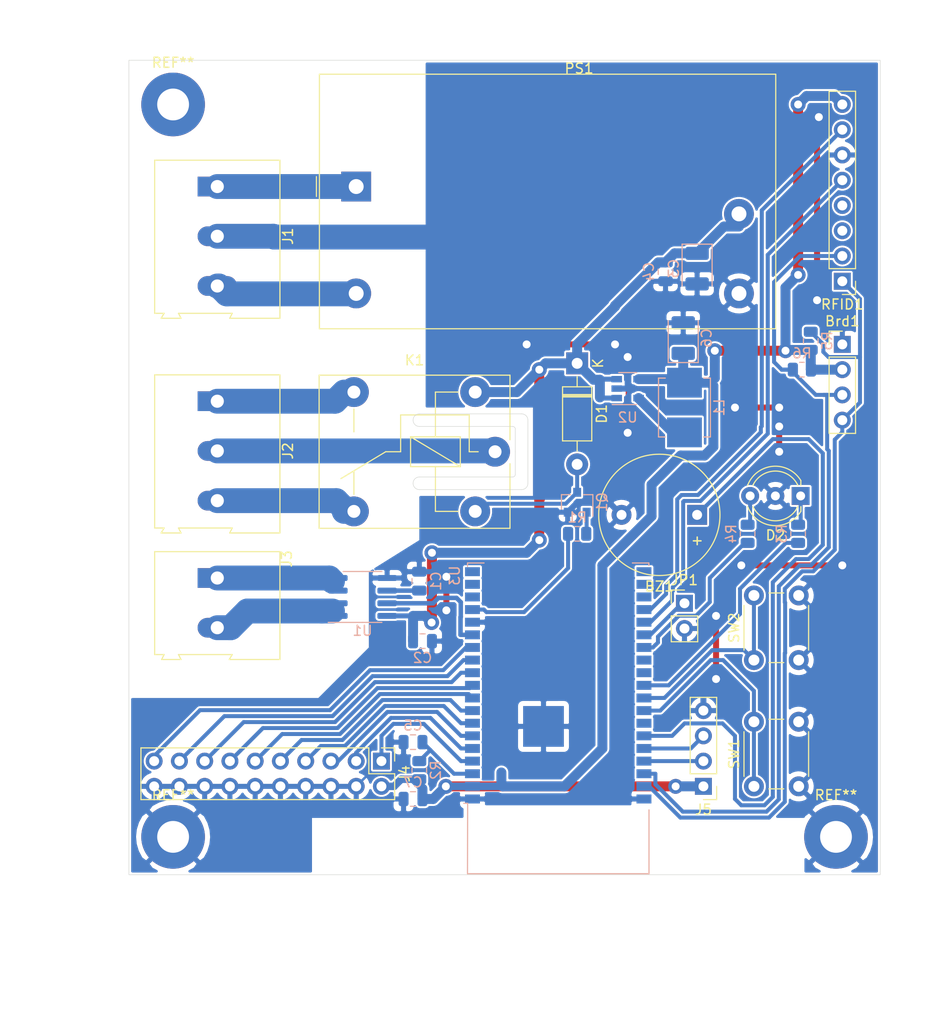
<source format=kicad_pcb>
(kicad_pcb (version 20171130) (host pcbnew 5.99.0+really5.1.9+dfsg1-1)
  (layers (0 F.Cu signal) (31 B.Cu signal) (34 B.Paste user) (35 F.Paste user) (36 B.SilkS user) (37 F.SilkS user) (38 B.Mask user) (39 F.Mask user) (44 Edge.Cuts user))
  (net 0 "")
  (net 1 Earth)
  (net 2 "Net-(Brd1-Pad3)")
  (net 3 +3V3)
  (net 4 "Net-(Brd1-Pad4)")
  (net 5 "Net-(BZ1-Pad1)")
  (net 6 "Net-(C1-Pad1)")
  (net 7 +5V)
  (net 8 "Net-(C5-Pad1)")
  (net 9 "Net-(D1-Pad2)")
  (net 10 "Net-(D2-Pad1)")
  (net 11 "Net-(D2-Pad3)")
  (net 12 "Net-(J1-Pad1)")
  (net 13 "Net-(J1-Pad3)")
  (net 14 "Net-(J2-Pad3)")
  (net 15 "Net-(J2-Pad2)")
  (net 16 "Net-(J2-Pad1)")
  (net 17 "Net-(J3-Pad1)")
  (net 18 "Net-(J3-Pad2)")
  (net 19 "Net-(J4-Pad1)")
  (net 20 "Net-(J4-Pad3)")
  (net 21 "Net-(J4-Pad5)")
  (net 22 "Net-(J4-Pad7)")
  (net 23 "Net-(J4-Pad9)")
  (net 24 "Net-(J4-Pad11)")
  (net 25 "Net-(J4-Pad13)")
  (net 26 "Net-(J4-Pad15)")
  (net 27 "Net-(J4-Pad17)")
  (net 28 "Net-(J4-Pad19)")
  (net 29 "Net-(J5-Pad2)")
  (net 30 "Net-(J5-Pad3)")
  (net 31 "Net-(JP1-Pad1)")
  (net 32 "Net-(L1-Pad1)")
  (net 33 "Net-(Q1-Pad1)")
  (net 34 "Net-(R1-Pad2)")
  (net 35 "Net-(R3-Pad2)")
  (net 36 "Net-(R4-Pad2)")
  (net 37 "Net-(RFID1-Pad3)")
  (net 38 "Net-(RFID1-Pad5)")
  (net 39 "Net-(RFID1-Pad7)")
  (net 40 "Net-(RFID1-Pad4)")
  (net 41 "Net-(U1-Pad7)")
  (net 42 "Net-(U3-Pad27)")
  (net 43 "Net-(U3-Pad28)")
  (net 44 "Net-(U3-Pad32)")
  (net 45 "Net-(U3-Pad17)")
  (net 46 "Net-(U3-Pad18)")
  (net 47 "Net-(U3-Pad19)")
  (net 48 "Net-(U3-Pad22)")
  (net 49 "Net-(U3-Pad21)")
  (net 50 "Net-(U3-Pad20)")
  (net 51 "Net-(SW1-Pad1)")
  (net 52 "Net-(SW2-Pad1)")
  (module MountingHole:MountingHole_3.2mm_M3_Pad (layer F.Cu) (at 152.4 123.825)
    (fp_text reference REF** (at 0 -4.2) (layer F.SilkS))
    (fp_text value MountingHole_3.2mm_M3_Pad)
    (pad 1 thru_hole circle (at 0 0) (size 6.4 6.4) (drill 3.2) (layers *.Cu *.Mask) (net 1 Earth))
  )
  (module MountingHole:MountingHole_3.2mm_M3_Pad (layer F.Cu) (at 85.725 123.825)
    (fp_text reference REF** (at 0 -4.2) (layer F.SilkS))
    (fp_text value MountingHole_3.2mm_M3_Pad)
    (pad 1 thru_hole circle (at 0 0) (size 6.4 6.4) (drill 3.2) (layers *.Cu *.Mask) (net 1 Earth))
  )
  (module MountingHole:MountingHole_3.2mm_M3_Pad (layer F.Cu) (at 85.725 50.165)
    (fp_text reference REF** (at 0 -4.2) (layer F.SilkS))
    (fp_text value MountingHole_3.2mm_M3_Pad)
    (pad 1 thru_hole circle (at 0 0) (size 6.4 6.4) (drill 3.2) (layers *.Cu *.Mask))
  )
  (module Buzzer_Beeper:Buzzer_12x9.5RM7.6 (layer F.Cu) (at 138.43 91.44 180)
    (fp_text reference BZ1 (at 3.8 -7.2) (layer F.SilkS))
    (fp_text value Buzzer)
    (fp_text user + (at -0.01 -2.54) (layer F.SilkS))
    (pad 1 thru_hole rect (at 0 0 180) (size 2 2) (drill 1) (layers *.Cu *.Mask) (net 5 "Net-(BZ1-Pad1)"))
    (pad 2 thru_hole circle (at 7.6 0 180) (size 2 2) (drill 1) (layers *.Cu *.Mask) (net 1 Earth))
  )
  (module Capacitor_SMD:C_0805_2012Metric (layer B.Cu) (at 110.49 98.105 90)
    (fp_text reference C1 (at 0 1.68 90) (layer B.SilkS) (effects (justify mirror)))
    (fp_text value 1nF)
    (pad 2 smd roundrect (at 0.95 0 90) (size 1 1.45) (layers B.Cu B.Paste B.Mask) (net 1 Earth))
    (pad 1 smd roundrect (at -0.95 0 90) (size 1 1.45) (layers B.Cu B.Paste B.Mask) (net 6 "Net-(C1-Pad1)"))
  )
  (module Capacitor_SMD:C_0805_2012Metric (layer B.Cu) (at 110.81 104.14)
    (fp_text reference C2 (at 0 1.68) (layer B.SilkS) (effects (justify mirror)))
    (fp_text value 0,1uF)
    (pad 1 smd roundrect (at -0.95 0) (size 1 1.45) (layers B.Cu B.Paste B.Mask) (net 7 +5V))
    (pad 2 smd roundrect (at 0.95 0) (size 1 1.45) (layers B.Cu B.Paste B.Mask) (net 1 Earth))
  )
  (module Capacitor_Tantalum_SMD:CP_EIA-3528-21_Kemet-B (layer B.Cu) (at 138.43 66.675 270)
    (fp_text reference C3 (at 0 2.35 90) (layer B.SilkS) (effects (justify mirror)))
    (fp_text value "47uF 10V")
    (pad 1 smd roundrect (at -1.5375 0 270) (size 1.325 2.35) (layers B.Cu B.Paste B.Mask) (roundrect_rratio 0.1886784905660377) (net 7 +5V))
    (pad 2 smd roundrect (at 1.5375 0 270) (size 1.325 2.35) (layers B.Cu B.Paste B.Mask) (roundrect_rratio 0.1886784905660377) (net 1 Earth))
  )
  (module Capacitor_SMD:C_0805_2012Metric (layer B.Cu) (at 135.255 66.995 270)
    (fp_text reference C4 (at 0 1.68 90) (layer B.SilkS) (effects (justify mirror)))
    (fp_text value 0,1uF)
    (pad 1 smd roundrect (at -0.95 0 270) (size 1 1.45) (layers B.Cu B.Paste B.Mask) (net 7 +5V))
    (pad 2 smd roundrect (at 0.95 0 270) (size 1 1.45) (layers B.Cu B.Paste B.Mask) (net 1 Earth))
  )
  (module Capacitor_SMD:C_0805_2012Metric (layer B.Cu) (at 109.855 114.3 180)
    (fp_text reference C5 (at 0 1.68) (layer B.SilkS) (effects (justify mirror)))
    (fp_text value 1uF)
    (pad 1 smd roundrect (at -0.95 0 180) (size 1 1.45) (layers B.Cu B.Paste B.Mask) (net 8 "Net-(C5-Pad1)"))
    (pad 2 smd roundrect (at 0.95 0 180) (size 1 1.45) (layers B.Cu B.Paste B.Mask) (net 1 Earth))
  )
  (module Capacitor_Tantalum_SMD:CP_EIA-3528-21_Kemet-B (layer B.Cu) (at 137.033 73.66 90)
    (fp_text reference C6 (at 0 2.35 90) (layer B.SilkS) (effects (justify mirror)))
    (fp_text value "10 uF")
    (pad 2 smd roundrect (at 1.5375 0 90) (size 1.325 2.35) (layers B.Cu B.Paste B.Mask) (roundrect_rratio 0.1886784905660377) (net 1 Earth))
    (pad 1 smd roundrect (at -1.5375 0 90) (size 1.325 2.35) (layers B.Cu B.Paste B.Mask) (roundrect_rratio 0.1886784905660377) (net 3 +3V3))
  )
  (module Capacitor_SMD:C_0805_2012Metric (layer B.Cu) (at 109.855 120.015 180)
    (fp_text reference C7 (at 0 1.68) (layer B.SilkS) (effects (justify mirror)))
    (fp_text value 0,1uF)
    (pad 2 smd roundrect (at 0.95 0 180) (size 1 1.45) (layers B.Cu B.Paste B.Mask) (net 1 Earth))
    (pad 1 smd roundrect (at -0.95 0 180) (size 1 1.45) (layers B.Cu B.Paste B.Mask) (net 3 +3V3))
  )
  (module Diode_THT:D_DO-41_SOD81_P10.16mm_Horizontal (layer F.Cu) (at 126.365 76.2 270)
    (fp_text reference D1 (at 5.08 -2.47 90) (layer F.SilkS))
    (fp_text value 1N4001)
    (fp_text user K (at 0 -2.1 90) (layer F.SilkS))
    (pad 1 thru_hole rect (at 0 0 270) (size 2.2 2.2) (drill 1.1) (layers *.Cu *.Mask) (net 7 +5V))
    (pad 2 thru_hole oval (at 10.16 0 270) (size 2.2 2.2) (drill 1.1) (layers *.Cu *.Mask) (net 9 "Net-(D1-Pad2)"))
  )
  (module LED_THT:LED_D5.0mm-3 (layer F.Cu) (at 148.844 89.535 180)
    (fp_text reference D2 (at 2.54 -3.96) (layer F.SilkS))
    (fp_text value GNL-519EGW)
    (pad 1 thru_hole rect (at 0 0 180) (size 1.8 1.8) (drill 0.9) (layers *.Cu *.Mask) (net 10 "Net-(D2-Pad1)"))
    (pad 2 thru_hole circle (at 2.54 0 180) (size 1.8 1.8) (drill 0.9) (layers *.Cu *.Mask) (net 1 Earth))
    (pad 3 thru_hole circle (at 5.08 0 180) (size 1.8 1.8) (drill 0.9) (layers *.Cu *.Mask) (net 11 "Net-(D2-Pad3)"))
  )
  (module TerminalBlock:TerminalBlock_Altech_AK300-3_P5.00mm (layer F.Cu) (at 90.17 58.42 270)
    (fp_text reference J1 (at 5 -7.1 90) (layer F.SilkS))
    (fp_text value "220V AC POWER")
    (pad 1 thru_hole rect (at 0 0 270) (size 1.98 3.96) (drill 1.32) (layers *.Cu *.Mask) (net 12 "Net-(J1-Pad1)"))
    (pad 2 thru_hole oval (at 5 0 270) (size 1.98 3.96) (drill 1.32) (layers *.Cu *.Mask) (net 1 Earth))
    (pad 3 thru_hole oval (at 10 0 270) (size 1.98 3.96) (drill 1.32) (layers *.Cu *.Mask) (net 13 "Net-(J1-Pad3)"))
  )
  (module TerminalBlock:TerminalBlock_Altech_AK300-3_P5.00mm (layer F.Cu) (at 90.17 80.01 270)
    (fp_text reference J2 (at 5 -7.1 90) (layer F.SilkS))
    (fp_text value Load)
    (pad 3 thru_hole oval (at 10 0 270) (size 1.98 3.96) (drill 1.32) (layers *.Cu *.Mask) (net 14 "Net-(J2-Pad3)"))
    (pad 2 thru_hole oval (at 5 0 270) (size 1.98 3.96) (drill 1.32) (layers *.Cu *.Mask) (net 15 "Net-(J2-Pad2)"))
    (pad 1 thru_hole rect (at 0 0 270) (size 1.98 3.96) (drill 1.32) (layers *.Cu *.Mask) (net 16 "Net-(J2-Pad1)"))
  )
  (module TerminalBlock:TerminalBlock_Altech_AK300-2_P5.00mm (layer F.Cu) (at 90.17 97.79 270)
    (fp_text reference J3 (at -1.92 -6.99 90) (layer F.SilkS))
    (fp_text value Screw_Terminal_01x02)
    (pad 1 thru_hole rect (at 0 0 270) (size 1.98 3.96) (drill 1.32) (layers *.Cu *.Mask) (net 17 "Net-(J3-Pad1)"))
    (pad 2 thru_hole oval (at 5 0 270) (size 1.98 3.96) (drill 1.32) (layers *.Cu *.Mask) (net 18 "Net-(J3-Pad2)"))
  )
  (module Inductor_SMD:L_Murata_LQH55DN_5.7x5.0mm (layer B.Cu) (at 137.16 80.645 90)
    (fp_text reference L1 (at 0 3.5 90) (layer B.SilkS) (effects (justify mirror)))
    (fp_text value 10uH)
    (pad 1 smd rect (at -2.5 0 90) (size 3 3.5) (layers B.Cu B.Paste B.Mask) (net 32 "Net-(L1-Pad1)"))
    (pad 2 smd rect (at 2.5 0 90) (size 3 3.5) (layers B.Cu B.Paste B.Mask) (net 3 +3V3))
  )
  (module Converter_ACDC:Converter_ACDC_MeanWell_IRM-05-xx_THT (layer F.Cu) (at 104.14 58.42)
    (fp_text reference PS1 (at 22.42 -11.88) (layer F.SilkS))
    (fp_text value IRM-05-5)
    (pad 3 thru_hole circle (at 38.5 10.75) (size 3 3) (drill 1.5) (layers *.Cu *.Mask) (net 1 Earth))
    (pad 2 thru_hole circle (at 0 10.75) (size 3 3) (drill 1.5) (layers *.Cu *.Mask) (net 13 "Net-(J1-Pad3)"))
    (pad 4 thru_hole circle (at 38.5 2.75) (size 3 3) (drill 1.5) (layers *.Cu *.Mask) (net 7 +5V))
    (pad 1 thru_hole rect (at 0 0) (size 3 3) (drill 1.5) (layers *.Cu *.Mask) (net 12 "Net-(J1-Pad1)"))
  )
  (module Package_TO_SOT_SMD:SOT-23 (layer B.Cu) (at 126.365 90.17 90)
    (fp_text reference Q1 (at 0 2.5 90) (layer B.SilkS) (effects (justify mirror)))
    (fp_text value BSS138)
    (pad 1 smd rect (at -1 0.95 90) (size 0.9 0.8) (layers B.Cu B.Paste B.Mask) (net 33 "Net-(Q1-Pad1)"))
    (pad 2 smd rect (at -1 -0.95 90) (size 0.9 0.8) (layers B.Cu B.Paste B.Mask) (net 1 Earth))
    (pad 3 smd rect (at 1 0 90) (size 0.9 0.8) (layers B.Cu B.Paste B.Mask) (net 9 "Net-(D1-Pad2)"))
  )
  (module Resistor_SMD:R_0805_2012Metric (layer B.Cu) (at 126.365 93.345 180)
    (fp_text reference R1 (at 0 1.65) (layer B.SilkS) (effects (justify mirror)))
    (fp_text value 200)
    (pad 2 smd roundrect (at 0.9125 0 180) (size 1.025 1.4) (layers B.Cu B.Paste B.Mask) (roundrect_rratio 0.2439014634146341) (net 34 "Net-(R1-Pad2)"))
    (pad 1 smd roundrect (at -0.9125 0 180) (size 1.025 1.4) (layers B.Cu B.Paste B.Mask) (roundrect_rratio 0.2439014634146341) (net 33 "Net-(Q1-Pad1)"))
  )
  (module Resistor_SMD:R_0805_2012Metric (layer B.Cu) (at 110.49 117.1175 90)
    (fp_text reference R2 (at 0 1.65 90) (layer B.SilkS) (effects (justify mirror)))
    (fp_text value 10K)
    (pad 1 smd roundrect (at -0.9125 0 90) (size 1.025 1.4) (layers B.Cu B.Paste B.Mask) (roundrect_rratio 0.2439014634146341) (net 3 +3V3))
    (pad 2 smd roundrect (at 0.9125 0 90) (size 1.025 1.4) (layers B.Cu B.Paste B.Mask) (roundrect_rratio 0.2439014634146341) (net 8 "Net-(C5-Pad1)"))
  )
  (module Resistor_SMD:R_0805_2012Metric (layer B.Cu) (at 148.59 93.345 270)
    (fp_text reference R3 (at 0 1.65 90) (layer B.SilkS) (effects (justify mirror)))
    (fp_text value 81)
    (pad 1 smd roundrect (at -0.9125 0 270) (size 1.025 1.4) (layers B.Cu B.Paste B.Mask) (roundrect_rratio 0.2439014634146341) (net 10 "Net-(D2-Pad1)"))
    (pad 2 smd roundrect (at 0.9125 0 270) (size 1.025 1.4) (layers B.Cu B.Paste B.Mask) (roundrect_rratio 0.2439014634146341) (net 35 "Net-(R3-Pad2)"))
  )
  (module Resistor_SMD:R_0805_2012Metric (layer B.Cu) (at 143.51 93.345 270)
    (fp_text reference R4 (at 0 1.65 90) (layer B.SilkS) (effects (justify mirror)))
    (fp_text value 81)
    (pad 2 smd roundrect (at 0.9125 0 270) (size 1.025 1.4) (layers B.Cu B.Paste B.Mask) (roundrect_rratio 0.2439014634146341) (net 36 "Net-(R4-Pad2)"))
    (pad 1 smd roundrect (at -0.9125 0 270) (size 1.025 1.4) (layers B.Cu B.Paste B.Mask) (roundrect_rratio 0.2439014634146341) (net 11 "Net-(D2-Pad3)"))
  )
  (module Resistor_SMD:R_0805_2012Metric (layer B.Cu) (at 149.86 73.9375 90)
    (fp_text reference R5 (at 0 1.65 90) (layer B.SilkS) (effects (justify mirror)))
    (fp_text value 10K)
    (pad 2 smd roundrect (at 0.9125 0 90) (size 1.025 1.4) (layers B.Cu B.Paste B.Mask) (roundrect_rratio 0.2439014634146341) (net 4 "Net-(Brd1-Pad4)"))
    (pad 1 smd roundrect (at -0.9125 0 90) (size 1.025 1.4) (layers B.Cu B.Paste B.Mask) (roundrect_rratio 0.2439014634146341) (net 3 +3V3))
  )
  (module Resistor_SMD:R_0805_2012Metric (layer B.Cu) (at 148.971 76.835 180)
    (fp_text reference R6 (at 0 1.65) (layer B.SilkS) (effects (justify mirror)))
    (fp_text value 10K)
    (pad 1 smd roundrect (at -0.9125 0 180) (size 1.025 1.4) (layers B.Cu B.Paste B.Mask) (roundrect_rratio 0.2439014634146341) (net 3 +3V3))
    (pad 2 smd roundrect (at 0.9125 0 180) (size 1.025 1.4) (layers B.Cu B.Paste B.Mask) (roundrect_rratio 0.2439014634146341) (net 2 "Net-(Brd1-Pad3)"))
  )
  (module Button_Switch_THT:SW_PUSH_6mm_H5mm (layer F.Cu) (at 144.145 118.745 90)
    (fp_text reference SW1 (at 3.25 -2 90) (layer F.SilkS))
    (fp_text value SW_Push)
    (pad 1 thru_hole circle (at 6.5 0 180) (size 2 2) (drill 1.1) (layers *.Cu *.Mask) (net 51 "Net-(SW1-Pad1)"))
    (pad 2 thru_hole circle (at 6.5 4.5 180) (size 2 2) (drill 1.1) (layers *.Cu *.Mask) (net 1 Earth))
    (pad 1 thru_hole circle (at 0 0 180) (size 2 2) (drill 1.1) (layers *.Cu *.Mask) (net 51 "Net-(SW1-Pad1)"))
    (pad 2 thru_hole circle (at 0 4.5 180) (size 2 2) (drill 1.1) (layers *.Cu *.Mask) (net 1 Earth))
  )
  (module Button_Switch_THT:SW_PUSH_6mm_H5mm (layer F.Cu) (at 144.145 106.045 90)
    (fp_text reference SW2 (at 3.25 -2 90) (layer F.SilkS))
    (fp_text value SW_Push)
    (pad 2 thru_hole circle (at 0 4.5 180) (size 2 2) (drill 1.1) (layers *.Cu *.Mask) (net 1 Earth))
    (pad 1 thru_hole circle (at 0 0 180) (size 2 2) (drill 1.1) (layers *.Cu *.Mask) (net 52 "Net-(SW2-Pad1)"))
    (pad 2 thru_hole circle (at 6.5 4.5 180) (size 2 2) (drill 1.1) (layers *.Cu *.Mask) (net 1 Earth))
    (pad 1 thru_hole circle (at 6.5 0 180) (size 2 2) (drill 1.1) (layers *.Cu *.Mask) (net 52 "Net-(SW2-Pad1)"))
  )
  (module Package_SO:SOIC-8_3.9x4.9mm_P1.27mm (layer B.Cu) (at 104.775 99.695)
    (fp_text reference U1 (at 0 3.4) (layer B.SilkS) (effects (justify mirror)))
    (fp_text value ACS712xLCTR-20A)
    (pad 1 smd roundrect (at -2.475 1.905) (size 1.95 0.6) (layers B.Cu B.Paste B.Mask) (net 18 "Net-(J3-Pad2)"))
    (pad 2 smd roundrect (at -2.475 0.635) (size 1.95 0.6) (layers B.Cu B.Paste B.Mask) (net 18 "Net-(J3-Pad2)"))
    (pad 3 smd roundrect (at -2.475 -0.635) (size 1.95 0.6) (layers B.Cu B.Paste B.Mask) (net 17 "Net-(J3-Pad1)"))
    (pad 4 smd roundrect (at -2.475 -1.905) (size 1.95 0.6) (layers B.Cu B.Paste B.Mask) (net 17 "Net-(J3-Pad1)"))
    (pad 5 smd roundrect (at 2.475 -1.905) (size 1.95 0.6) (layers B.Cu B.Paste B.Mask) (net 1 Earth))
    (pad 6 smd roundrect (at 2.475 -0.635) (size 1.95 0.6) (layers B.Cu B.Paste B.Mask) (net 6 "Net-(C1-Pad1)"))
    (pad 7 smd roundrect (at 2.475 0.635) (size 1.95 0.6) (layers B.Cu B.Paste B.Mask) (net 41 "Net-(U1-Pad7)"))
    (pad 8 smd roundrect (at 2.475 1.905) (size 1.95 0.6) (layers B.Cu B.Paste B.Mask) (net 7 +5V))
  )
  (module Package_TO_SOT_SMD:SOT-23-5 (layer B.Cu) (at 131.445 78.74)
    (fp_text reference U2 (at 0 2.9) (layer B.SilkS) (effects (justify mirror)))
    (fp_text value TPS62203DBV)
    (pad 1 smd rect (at -1.1 0.95) (size 1.06 0.65) (layers B.Cu B.Paste B.Mask) (net 7 +5V))
    (pad 2 smd rect (at -1.1 0) (size 1.06 0.65) (layers B.Cu B.Paste B.Mask) (net 1 Earth))
    (pad 3 smd rect (at -1.1 -0.95) (size 1.06 0.65) (layers B.Cu B.Paste B.Mask) (net 7 +5V))
    (pad 4 smd rect (at 1.1 -0.95) (size 1.06 0.65) (layers B.Cu B.Paste B.Mask) (net 3 +3V3))
    (pad 5 smd rect (at 1.1 0.95) (size 1.06 0.65) (layers B.Cu B.Paste B.Mask) (net 32 "Net-(L1-Pad1)"))
  )
  (module ESP32:ESP32-WROVER-B (layer B.Cu) (at 124.46 108.585)
    (fp_text reference U3 (at -10.41 -11.038 270) (layer B.SilkS) (effects (justify mirror)))
    (fp_text value ESP32-WROVER-B)
    (pad 39 smd rect (at -1.48 4.13) (size 4.1 4.1) (layers B.Cu B.Paste B.Mask) (net 1 Earth))
    (pad 38 smd rect (at 8.625 11.43) (size 1.5 0.9) (layers B.Cu B.Paste B.Mask) (net 1 Earth))
    (pad 37 smd rect (at 8.625 10.16) (size 1.5 0.9) (layers B.Cu B.Paste B.Mask) (net 4 "Net-(Brd1-Pad4)"))
    (pad 36 smd rect (at 8.625 8.89) (size 1.5 0.9) (layers B.Cu B.Paste B.Mask) (net 2 "Net-(Brd1-Pad3)"))
    (pad 35 smd rect (at 8.625 7.62) (size 1.5 0.9) (layers B.Cu B.Paste B.Mask) (net 29 "Net-(J5-Pad2)"))
    (pad 23 smd rect (at 8.625 -7.62) (size 1.5 0.9) (layers B.Cu B.Paste B.Mask) (net 39 "Net-(RFID1-Pad7)"))
    (pad 24 smd rect (at 8.625 -6.35) (size 1.5 0.9) (layers B.Cu B.Paste B.Mask) (net 38 "Net-(RFID1-Pad5)"))
    (pad 25 smd rect (at 8.625 -5.08) (size 1.5 0.9) (layers B.Cu B.Paste B.Mask) (net 31 "Net-(JP1-Pad1)"))
    (pad 26 smd rect (at 8.625 -3.81) (size 1.5 0.9) (layers B.Cu B.Paste B.Mask) (net 36 "Net-(R4-Pad2)"))
    (pad 27 smd rect (at 8.625 -2.54) (size 1.5 0.9) (layers B.Cu B.Paste B.Mask) (net 42 "Net-(U3-Pad27)"))
    (pad 28 smd rect (at 8.625 -1.27) (size 1.5 0.9) (layers B.Cu B.Paste B.Mask) (net 43 "Net-(U3-Pad28)"))
    (pad 29 smd rect (at 8.625 0) (size 1.5 0.9) (layers B.Cu B.Paste B.Mask) (net 35 "Net-(R3-Pad2)"))
    (pad 30 smd rect (at 8.625 1.27) (size 1.5 0.9) (layers B.Cu B.Paste B.Mask) (net 52 "Net-(SW2-Pad1)"))
    (pad 31 smd rect (at 8.625 2.54) (size 1.5 0.9) (layers B.Cu B.Paste B.Mask) (net 51 "Net-(SW1-Pad1)"))
    (pad 32 smd rect (at 8.625 3.81) (size 1.5 0.9) (layers B.Cu B.Paste B.Mask) (net 44 "Net-(U3-Pad32)"))
    (pad 33 smd rect (at 8.625 5.08) (size 1.5 0.9) (layers B.Cu B.Paste B.Mask) (net 5 "Net-(BZ1-Pad1)"))
    (pad 34 smd rect (at 8.625 6.35) (size 1.5 0.9) (layers B.Cu B.Paste B.Mask) (net 30 "Net-(J5-Pad3)"))
    (pad 14 smd rect (at -8.625 -5.08) (size 1.5 0.9) (layers B.Cu B.Paste B.Mask) (net 41 "Net-(U1-Pad7)"))
    (pad 13 smd rect (at -8.625 -3.81) (size 1.5 0.9) (layers B.Cu B.Paste B.Mask) (net 28 "Net-(J4-Pad19)"))
    (pad 12 smd rect (at -8.625 -2.54) (size 1.5 0.9) (layers B.Cu B.Paste B.Mask) (net 27 "Net-(J4-Pad17)"))
    (pad 11 smd rect (at -8.625 -1.27) (size 1.5 0.9) (layers B.Cu B.Paste B.Mask) (net 26 "Net-(J4-Pad15)"))
    (pad 10 smd rect (at -8.625 0) (size 1.5 0.9) (layers B.Cu B.Paste B.Mask) (net 25 "Net-(J4-Pad13)"))
    (pad 9 smd rect (at -8.625 1.27) (size 1.5 0.9) (layers B.Cu B.Paste B.Mask) (net 24 "Net-(J4-Pad11)"))
    (pad 8 smd rect (at -8.625 2.54) (size 1.5 0.9) (layers B.Cu B.Paste B.Mask) (net 23 "Net-(J4-Pad9)"))
    (pad 7 smd rect (at -8.625 3.81) (size 1.5 0.9) (layers B.Cu B.Paste B.Mask) (net 22 "Net-(J4-Pad7)"))
    (pad 6 smd rect (at -8.625 5.08) (size 1.5 0.9) (layers B.Cu B.Paste B.Mask) (net 21 "Net-(J4-Pad5)"))
    (pad 5 smd rect (at -8.625 6.35) (size 1.5 0.9) (layers B.Cu B.Paste B.Mask) (net 20 "Net-(J4-Pad3)"))
    (pad 4 smd rect (at -8.625 7.62) (size 1.5 0.9) (layers B.Cu B.Paste B.Mask) (net 19 "Net-(J4-Pad1)"))
    (pad 3 smd rect (at -8.625 8.89) (size 1.5 0.9) (layers B.Cu B.Paste B.Mask) (net 8 "Net-(C5-Pad1)"))
    (pad 2 smd rect (at -8.625 10.16) (size 1.5 0.9) (layers B.Cu B.Paste B.Mask) (net 3 +3V3))
    (pad 16 smd rect (at -8.625 -7.62 180) (size 1.5 0.9) (layers B.Cu B.Paste B.Mask) (net 34 "Net-(R1-Pad2)"))
    (pad 15 smd rect (at -8.625 -6.35 180) (size 1.5 0.9) (layers B.Cu B.Paste B.Mask) (net 1 Earth))
    (pad 1 smd rect (at -8.625 11.43) (size 1.5 0.9) (layers B.Cu B.Paste B.Mask) (net 1 Earth))
    (pad 17 smd rect (at -8.625 -8.89 180) (size 1.5 0.9) (layers B.Cu B.Paste B.Mask) (net 45 "Net-(U3-Pad17)"))
    (pad 18 smd rect (at -8.625 -10.16 180) (size 1.5 0.9) (layers B.Cu B.Paste B.Mask) (net 46 "Net-(U3-Pad18)"))
    (pad 19 smd rect (at -8.625 -11.43 180) (size 1.5 0.9) (layers B.Cu B.Paste B.Mask) (net 47 "Net-(U3-Pad19)"))
    (pad 22 smd rect (at 8.625 -8.89) (size 1.5 0.9) (layers B.Cu B.Paste B.Mask) (net 48 "Net-(U3-Pad22)"))
    (pad 21 smd rect (at 8.625 -10.16) (size 1.5 0.9) (layers B.Cu B.Paste B.Mask) (net 49 "Net-(U3-Pad21)"))
    (pad 20 smd rect (at 8.625 -11.43) (size 1.5 0.9) (layers B.Cu B.Paste B.Mask) (net 50 "Net-(U3-Pad20)"))
  )
  (module acRelay:Relay_SPDT_HJR-3FF (layer F.Cu) (at 118.11 85.09 180)
    (fp_text reference K1 (at 8.1 9.2) (layer F.SilkS))
    (fp_text value HJR-3FF-5VDC-S-Z)
    (pad 2 thru_hole circle (at 2 6 180) (size 3 3) (drill 1.3) (layers *.Cu *.Mask) (net 7 +5V))
    (pad 3 thru_hole circle (at 14.2 6 180) (size 3 3) (drill 1.3) (layers *.Cu *.Mask) (net 16 "Net-(J2-Pad1)"))
    (pad 4 thru_hole circle (at 14.2 -6 180) (size 3 3) (drill 1.3) (layers *.Cu *.Mask) (net 14 "Net-(J2-Pad3)"))
    (pad 5 thru_hole circle (at 2 -6 180) (size 3 3) (drill 1.3) (layers *.Cu *.Mask) (net 9 "Net-(D1-Pad2)"))
    (pad 1 thru_hole circle (at 0 0 180) (size 3 3) (drill 1.3) (layers *.Cu *.Mask) (net 15 "Net-(J2-Pad2)"))
  )
  (module Connector_PinHeader_2.54mm:PinHeader_1x04_P2.54mm_Vertical (layer F.Cu) (at 153.035 74.295)
    (fp_text reference Brd1 (at 0 -2.33) (layer F.SilkS))
    (fp_text value SSD1306)
    (pad 1 thru_hole rect (at 0 0) (size 1.7 1.7) (drill 1) (layers *.Cu *.Mask) (net 1 Earth))
    (pad 2 thru_hole oval (at 0 2.54) (size 1.7 1.7) (drill 1) (layers *.Cu *.Mask) (net 3 +3V3))
    (pad 3 thru_hole oval (at 0 5.08) (size 1.7 1.7) (drill 1) (layers *.Cu *.Mask) (net 2 "Net-(Brd1-Pad3)"))
    (pad 4 thru_hole oval (at 0 7.62) (size 1.7 1.7) (drill 1) (layers *.Cu *.Mask) (net 4 "Net-(Brd1-Pad4)"))
  )
  (module Connector_PinHeader_2.54mm:PinHeader_2x10_P2.54mm_Vertical (layer F.Cu) (at 106.68 116.205 270)
    (fp_text reference J4 (at 1.27 -2.33 90) (layer F.SilkS))
    (fp_text value GPIO)
    (pad 1 thru_hole rect (at 0 0 270) (size 1.7 1.7) (drill 1) (layers *.Cu *.Mask) (net 19 "Net-(J4-Pad1)"))
    (pad 2 thru_hole oval (at 2.54 0 270) (size 1.7 1.7) (drill 1) (layers *.Cu *.Mask) (net 3 +3V3))
    (pad 3 thru_hole oval (at 0 2.54 270) (size 1.7 1.7) (drill 1) (layers *.Cu *.Mask) (net 20 "Net-(J4-Pad3)"))
    (pad 4 thru_hole oval (at 2.54 2.54 270) (size 1.7 1.7) (drill 1) (layers *.Cu *.Mask) (net 1 Earth))
    (pad 5 thru_hole oval (at 0 5.08 270) (size 1.7 1.7) (drill 1) (layers *.Cu *.Mask) (net 21 "Net-(J4-Pad5)"))
    (pad 6 thru_hole oval (at 2.54 5.08 270) (size 1.7 1.7) (drill 1) (layers *.Cu *.Mask) (net 1 Earth))
    (pad 7 thru_hole oval (at 0 7.62 270) (size 1.7 1.7) (drill 1) (layers *.Cu *.Mask) (net 22 "Net-(J4-Pad7)"))
    (pad 8 thru_hole oval (at 2.54 7.62 270) (size 1.7 1.7) (drill 1) (layers *.Cu *.Mask) (net 1 Earth))
    (pad 9 thru_hole oval (at 0 10.16 270) (size 1.7 1.7) (drill 1) (layers *.Cu *.Mask) (net 23 "Net-(J4-Pad9)"))
    (pad 10 thru_hole oval (at 2.54 10.16 270) (size 1.7 1.7) (drill 1) (layers *.Cu *.Mask) (net 1 Earth))
    (pad 11 thru_hole oval (at 0 12.7 270) (size 1.7 1.7) (drill 1) (layers *.Cu *.Mask) (net 24 "Net-(J4-Pad11)"))
    (pad 12 thru_hole oval (at 2.54 12.7 270) (size 1.7 1.7) (drill 1) (layers *.Cu *.Mask) (net 1 Earth))
    (pad 13 thru_hole oval (at 0 15.24 270) (size 1.7 1.7) (drill 1) (layers *.Cu *.Mask) (net 25 "Net-(J4-Pad13)"))
    (pad 14 thru_hole oval (at 2.54 15.24 270) (size 1.7 1.7) (drill 1) (layers *.Cu *.Mask) (net 1 Earth))
    (pad 15 thru_hole oval (at 0 17.78 270) (size 1.7 1.7) (drill 1) (layers *.Cu *.Mask) (net 26 "Net-(J4-Pad15)"))
    (pad 16 thru_hole oval (at 2.54 17.78 270) (size 1.7 1.7) (drill 1) (layers *.Cu *.Mask) (net 1 Earth))
    (pad 17 thru_hole oval (at 0 20.32 270) (size 1.7 1.7) (drill 1) (layers *.Cu *.Mask) (net 27 "Net-(J4-Pad17)"))
    (pad 18 thru_hole oval (at 2.54 20.32 270) (size 1.7 1.7) (drill 1) (layers *.Cu *.Mask) (net 1 Earth))
    (pad 19 thru_hole oval (at 0 22.86 270) (size 1.7 1.7) (drill 1) (layers *.Cu *.Mask) (net 28 "Net-(J4-Pad19)"))
    (pad 20 thru_hole oval (at 2.54 22.86 270) (size 1.7 1.7) (drill 1) (layers *.Cu *.Mask) (net 1 Earth))
  )
  (module Connector_PinHeader_2.54mm:PinHeader_1x04_P2.54mm_Vertical (layer F.Cu) (at 139.065 118.745 180)
    (fp_text reference J5 (at 0 -2.33) (layer F.SilkS))
    (fp_text value Conn_01x04)
    (pad 4 thru_hole oval (at 0 7.62 180) (size 1.7 1.7) (drill 1) (layers *.Cu *.Mask) (net 1 Earth))
    (pad 3 thru_hole oval (at 0 5.08 180) (size 1.7 1.7) (drill 1) (layers *.Cu *.Mask) (net 30 "Net-(J5-Pad3)"))
    (pad 2 thru_hole oval (at 0 2.54 180) (size 1.7 1.7) (drill 1) (layers *.Cu *.Mask) (net 29 "Net-(J5-Pad2)"))
    (pad 1 thru_hole rect (at 0 0 180) (size 1.7 1.7) (drill 1) (layers *.Cu *.Mask) (net 3 +3V3))
  )
  (module Connector_PinHeader_2.54mm:PinHeader_1x02_P2.54mm_Vertical (layer F.Cu) (at 137.16 100.33)
    (fp_text reference JP1 (at 0 -2.33) (layer F.SilkS))
    (fp_text value Boot)
    (pad 1 thru_hole rect (at 0 0) (size 1.7 1.7) (drill 1) (layers *.Cu *.Mask) (net 31 "Net-(JP1-Pad1)"))
    (pad 2 thru_hole oval (at 0 2.54) (size 1.7 1.7) (drill 1) (layers *.Cu *.Mask) (net 1 Earth))
  )
  (module Connector_PinHeader_2.54mm:PinHeader_1x08_P2.54mm_Vertical (layer F.Cu) (at 153.035 67.945 180)
    (fp_text reference RFID1 (at 0 -2.33) (layer F.SilkS))
    (fp_text value RC522)
    (pad 1 thru_hole rect (at 0 0 180) (size 1.7 1.7) (drill 1) (layers *.Cu *.Mask) (net 4 "Net-(Brd1-Pad4)"))
    (pad 2 thru_hole oval (at 0 2.54 180) (size 1.7 1.7) (drill 1) (layers *.Cu *.Mask) (net 2 "Net-(Brd1-Pad3)"))
    (pad 3 thru_hole oval (at 0 5.08 180) (size 1.7 1.7) (drill 1) (layers *.Cu *.Mask) (net 37 "Net-(RFID1-Pad3)"))
    (pad 4 thru_hole oval (at 0 7.62 180) (size 1.7 1.7) (drill 1) (layers *.Cu *.Mask) (net 40 "Net-(RFID1-Pad4)"))
    (pad 5 thru_hole oval (at 0 10.16 180) (size 1.7 1.7) (drill 1) (layers *.Cu *.Mask) (net 38 "Net-(RFID1-Pad5)"))
    (pad 6 thru_hole oval (at 0 12.7 180) (size 1.7 1.7) (drill 1) (layers *.Cu *.Mask) (net 1 Earth))
    (pad 7 thru_hole oval (at 0 15.24 180) (size 1.7 1.7) (drill 1) (layers *.Cu *.Mask) (net 39 "Net-(RFID1-Pad7)"))
    (pad 8 thru_hole oval (at 0 17.78 180) (size 1.7 1.7) (drill 1) (layers *.Cu *.Mask) (net 3 +3V3))
  )
  (gr_arc (start 110.49 88.265) (end 110.49 88.9) (angle 180) (layer Edge.Cuts) (width 0.05))
  (gr_line (start 121.412 88.265) (end 121.412 85.09) (layer Edge.Cuts) (width 0.05))
  (gr_line (start 110.49 87.63) (end 119.888 87.63) (layer Edge.Cuts) (width 0.05))
  (gr_line (start 110.49 88.9) (end 120.777 88.9) (layer Edge.Cuts) (width 0.05))
  (gr_arc (start 119.888 87.376) (end 120.142 87.376) (angle 90) (layer Edge.Cuts) (width 0.05))
  (gr_arc (start 120.777 88.265) (end 120.777 88.9) (angle -90) (layer Edge.Cuts) (width 0.05))
  (gr_line (start 120.142 87.376) (end 120.142 85.09) (layer Edge.Cuts) (width 0.05))
  (gr_line (start 120.142 82.804) (end 120.142 85.09) (layer Edge.Cuts) (width 0.05))
  (gr_arc (start 119.888 82.804) (end 120.142 82.804) (angle -90) (layer Edge.Cuts) (width 0.05))
  (gr_line (start 110.49 82.55) (end 119.888 82.55) (layer Edge.Cuts) (width 0.05))
  (gr_arc (start 110.49 81.915) (end 110.49 81.28) (angle -180) (layer Edge.Cuts) (width 0.05))
  (gr_line (start 121.412 81.915) (end 121.412 85.09) (layer Edge.Cuts) (width 0.05))
  (gr_arc (start 120.777 81.915) (end 120.777 81.28) (angle 90) (layer Edge.Cuts) (width 0.05))
  (gr_line (start 110.49 81.28) (end 120.777 81.28) (layer Edge.Cuts) (width 0.05))
  (gr_line (start 156.845 127.635) (end 81.28 127.635) (layer Edge.Cuts) (width 0.05))
  (gr_line (start 156.845 45.72) (end 156.845 127.635) (layer Edge.Cuts) (width 0.05))
  (gr_line (start 156.845 45.72) (end 81.28 45.72) (layer Edge.Cuts) (width 0.05))
  (gr_line (start 81.28 45.72) (end 81.28 127.635) (layer Edge.Cuts) (width 0.05))
  (via (at 130.175 74.295) (size 1.5) (drill 0.8) (layers F.Cu B.Cu) (net 1))
  (via (at 121.285 74.295) (size 1.5) (drill 0.8) (layers F.Cu B.Cu) (net 1))
  (via (at 131.445 83.185) (size 1.5) (drill 0.8) (layers F.Cu B.Cu) (net 1))
  (segment (start 126.365001 90.219999) (end 125.415 91.17) (width 0.6) (layer B.Cu) (net 1))
  (segment (start 129.609999 90.219999) (end 126.365001 90.219999) (width 0.6) (layer B.Cu) (net 1))
  (segment (start 130.83 91.44) (end 129.609999 90.219999) (width 0.6) (layer B.Cu) (net 1))
  (segment (start 130.345 78.74) (end 131.445 78.74) (width 0.6) (layer B.Cu) (net 1))
  (segment (start 131.445 78.74) (end 131.445 76.835) (width 0.6) (layer B.Cu) (net 1))
  (via (at 113.21001 97.66297) (size 1.5) (drill 0.8) (layers F.Cu B.Cu) (net 1))
  (via (at 113.21001 101.042947) (size 1.5) (drill 0.8) (layers F.Cu B.Cu) (net 1))
  (segment (start 113.21001 97.66297) (end 113.21001 98.72363) (width 0.6) (layer F.Cu) (net 1))
  (segment (start 113.21001 98.72363) (end 113.21001 101.042947) (width 0.6) (layer F.Cu) (net 1))
  (segment (start 105.315001 117.569999) (end 107.855001 117.569999) (width 0.25) (layer B.Cu) (net 1))
  (segment (start 104.14 118.745) (end 105.315001 117.569999) (width 0.25) (layer B.Cu) (net 1))
  (segment (start 107.855001 117.569999) (end 107.95 117.475) (width 0.25) (layer B.Cu) (net 1))
  (segment (start 107.855001 117.569999) (end 108.585 116.84) (width 0.6) (layer B.Cu) (net 1))
  (via (at 150.495 69.85) (size 1.5) (drill 0.8) (layers F.Cu B.Cu) (net 1))
  (via (at 140.335 101.6) (size 1.5) (drill 0.8) (layers F.Cu B.Cu) (net 1))
  (via (at 140.335 107.95) (size 1.5) (drill 0.8) (layers F.Cu B.Cu) (net 1))
  (segment (start 140.335 101.6) (end 140.335 107.95) (width 0.6) (layer F.Cu) (net 1))
  (segment (start 139.065 111.125) (end 139.065 109.22) (width 0.6) (layer B.Cu) (net 1))
  (segment (start 139.065 109.22) (end 140.335 107.95) (width 0.6) (layer B.Cu) (net 1))
  (via (at 142.875 96.52) (size 1.5) (drill 0.8) (layers F.Cu B.Cu) (net 1))
  (via (at 153.035 96.52) (size 1.5) (drill 0.8) (layers F.Cu B.Cu) (net 1))
  (segment (start 142.875 96.52) (end 153.035 96.52) (width 0.6) (layer F.Cu) (net 1))
  (segment (start 131.445 83.185) (end 131.445 75.565) (width 0.4) (layer F.Cu) (net 1))
  (via (at 131.445 75.565) (size 1.5) (drill 0.8) (layers F.Cu B.Cu) (net 1))
  (via (at 150.67501 51.435) (size 1.5) (drill 0.8) (layers F.Cu B.Cu) (net 1))
  (segment (start 150.495 69.85) (end 150.495 51.61501) (width 0.6) (layer F.Cu) (net 1))
  (segment (start 150.495 51.61501) (end 150.67501 51.435) (width 0.6) (layer F.Cu) (net 1))
  (via (at 146.685 80.645) (size 1.5) (drill 0.8) (layers F.Cu B.Cu) (net 1))
  (via (at 142.24 80.645) (size 1.5) (drill 0.8) (layers F.Cu B.Cu) (net 1))
  (segment (start 146.685 80.645) (end 142.24 80.645) (width 0.6) (layer F.Cu) (net 1))
  (segment (start 146.685 80.645) (end 146.685 82.55) (width 0.6) (layer B.Cu) (net 1))
  (via (at 146.685 82.55) (size 1.5) (drill 0.8) (layers F.Cu B.Cu) (net 1))
  (via (at 146.685 85.09) (size 1.5) (drill 0.8) (layers F.Cu B.Cu) (net 1))
  (segment (start 146.685 82.55) (end 146.685 85.09) (width 0.6) (layer F.Cu) (net 1))
  (segment (start 95.885 63.5) (end 111.76 63.5) (width 2.5) (layer B.Cu) (net 1))
  (segment (start 95.805 63.42) (end 95.885 63.5) (width 2.5) (layer B.Cu) (net 1))
  (segment (start 90.17 63.42) (end 95.805 63.42) (width 2.5) (layer B.Cu) (net 1))
  (segment (start 122.34566 74.295) (end 130.175 74.295) (width 0.6) (layer F.Cu) (net 1))
  (segment (start 121.285 74.295) (end 122.34566 74.295) (width 0.6) (layer F.Cu) (net 1))
  (segment (start 148.0585 76.835) (end 146.939 76.835) (width 0.4) (layer B.Cu) (net 2))
  (segment (start 153.035 65.405) (end 148.792996 65.405) (width 0.4) (layer B.Cu) (net 2))
  (segment (start 146.169987 76.065987) (end 146.939 76.835) (width 0.4) (layer B.Cu) (net 2))
  (segment (start 148.792996 65.405) (end 146.169987 68.028009) (width 0.4) (layer B.Cu) (net 2))
  (segment (start 146.169987 68.028009) (end 146.169987 76.065987) (width 0.4) (layer B.Cu) (net 2))
  (segment (start 153.035 79.375) (end 151.13 79.375) (width 0.4) (layer B.Cu) (net 2))
  (segment (start 134.235 117.475) (end 133.085 117.475) (width 0.4) (layer B.Cu) (net 2))
  (segment (start 134.235 118.531321) (end 134.235 117.475) (width 0.4) (layer B.Cu) (net 2))
  (segment (start 146.939 76.835) (end 147.828 76.835) (width 0.4) (layer B.Cu) (net 2))
  (segment (start 147.828 76.835) (end 150.368 79.375) (width 0.4) (layer B.Cu) (net 2))
  (segment (start 150.368 79.375) (end 151.511 79.375) (width 0.4) (layer B.Cu) (net 2))
  (segment (start 151.672989 94.707012) (end 149.864256 96.515744) (width 0.4) (layer B.Cu) (net 2))
  (segment (start 146.644988 98.624467) (end 146.644988 120.055013) (width 0.4) (layer B.Cu) (net 2))
  (segment (start 151.511 79.375) (end 151.511 84.836) (width 0.4) (layer B.Cu) (net 2))
  (segment (start 151.511 84.836) (end 151.672989 84.997989) (width 0.4) (layer B.Cu) (net 2))
  (segment (start 149.864256 96.515744) (end 148.753711 96.515744) (width 0.4) (layer B.Cu) (net 2))
  (segment (start 151.672989 84.997989) (end 151.672989 94.707012) (width 0.4) (layer B.Cu) (net 2))
  (segment (start 136.988679 121.285) (end 134.235 118.531321) (width 0.4) (layer B.Cu) (net 2))
  (segment (start 145.415 121.285) (end 136.988679 121.285) (width 0.4) (layer B.Cu) (net 2))
  (segment (start 146.644988 120.055013) (end 145.415 121.285) (width 0.4) (layer B.Cu) (net 2))
  (segment (start 148.753711 96.515744) (end 146.644988 98.624467) (width 0.4) (layer B.Cu) (net 2))
  (segment (start 136.805 77.79) (end 137.16 78.145) (width 1) (layer B.Cu) (net 3))
  (segment (start 132.545 77.79) (end 136.805 77.79) (width 1) (layer B.Cu) (net 3))
  (segment (start 137.16 78.145) (end 139.74 78.145) (width 1) (layer B.Cu) (net 3))
  (segment (start 149.8835 76.835) (end 153.035 76.835) (width 1) (layer B.Cu) (net 3))
  (segment (start 149.86 76.8115) (end 149.8835 76.835) (width 1) (layer B.Cu) (net 3))
  (segment (start 149.86 74.85) (end 149.86 76.8115) (width 1) (layer B.Cu) (net 3))
  (via (at 147.320012 74.93) (size 1.5) (drill 0.8) (layers F.Cu B.Cu) (net 3))
  (segment (start 149.86 74.85) (end 147.400012 74.85) (width 1) (layer B.Cu) (net 3))
  (segment (start 147.320012 74.93) (end 147.400012 74.85) (width 1) (layer B.Cu) (net 3))
  (segment (start 137.033 78.018) (end 137.16 78.145) (width 1) (layer B.Cu) (net 3))
  (segment (start 137.033 75.1975) (end 137.033 78.018) (width 1) (layer B.Cu) (net 3))
  (via (at 140.208 74.93) (size 1.5) (drill 0.8) (layers F.Cu B.Cu) (net 3))
  (segment (start 140.208 75.99066) (end 140.208 74.93) (width 1) (layer B.Cu) (net 3))
  (segment (start 147.320012 74.93) (end 140.208 74.93) (width 1) (layer F.Cu) (net 3))
  (segment (start 139.74 78.145) (end 140.208 77.677) (width 1) (layer B.Cu) (net 3))
  (segment (start 140.208 77.677) (end 140.208 75.99066) (width 1) (layer B.Cu) (net 3))
  (segment (start 118.745 118.618) (end 118.872 118.745) (width 1) (layer B.Cu) (net 3))
  (segment (start 118.745 117.348) (end 118.745 118.618) (width 1) (layer B.Cu) (net 3))
  (segment (start 115.835 118.745) (end 118.872 118.745) (width 0.75) (layer B.Cu) (net 3))
  (via (at 136.271004 118.745) (size 1.5) (drill 0.8) (layers F.Cu B.Cu) (net 3))
  (segment (start 139.065 118.745) (end 136.271004 118.745) (width 1) (layer B.Cu) (net 3))
  (via (at 113.157 118.745004) (size 1.5) (drill 0.8) (layers F.Cu B.Cu) (net 3))
  (segment (start 113.157004 118.745) (end 113.157 118.745004) (width 0.75) (layer B.Cu) (net 3))
  (segment (start 115.835 118.745) (end 113.157004 118.745) (width 0.75) (layer B.Cu) (net 3))
  (segment (start 136.271004 118.745) (end 113.157004 118.745) (width 1) (layer F.Cu) (net 3))
  (segment (start 113.157004 118.745) (end 113.157 118.745004) (width 1) (layer F.Cu) (net 3))
  (segment (start 109.855 118.19) (end 109.855 118.11) (width 0.45) (layer B.Cu) (net 3))
  (segment (start 111.887004 120.015) (end 113.157 118.745004) (width 1) (layer B.Cu) (net 3))
  (segment (start 110.805 120.015) (end 111.887004 120.015) (width 1) (layer B.Cu) (net 3))
  (segment (start 110.805 118.98) (end 109.855 118.03) (width 0.75) (layer B.Cu) (net 3))
  (segment (start 110.805 120.015) (end 110.805 118.98) (width 1) (layer B.Cu) (net 3))
  (segment (start 108.665 118.03) (end 109.855 118.03) (width 0.75) (layer B.Cu) (net 3))
  (segment (start 107.95 118.745) (end 106.68 118.745) (width 0.75) (layer B.Cu) (net 3))
  (segment (start 108.665 118.03) (end 107.95 118.745) (width 0.75) (layer B.Cu) (net 3))
  (via (at 148.59 67.31) (size 1.5) (drill 0.8) (layers F.Cu B.Cu) (net 3))
  (segment (start 147.320012 74.93) (end 147.320012 68.579988) (width 1) (layer B.Cu) (net 3))
  (segment (start 147.320012 68.579988) (end 148.59 67.31) (width 1) (layer B.Cu) (net 3))
  (via (at 148.59 50.165) (size 1.5) (drill 0.8) (layers F.Cu B.Cu) (net 3))
  (segment (start 148.59 67.31) (end 148.59 66.24934) (width 1) (layer F.Cu) (net 3))
  (segment (start 148.59 66.24934) (end 148.59 50.165) (width 1) (layer F.Cu) (net 3))
  (segment (start 153.035 50.165) (end 152.185001 49.315001) (width 1) (layer B.Cu) (net 3))
  (segment (start 152.185001 49.315001) (end 149.439999 49.315001) (width 1) (layer B.Cu) (net 3))
  (segment (start 149.439999 49.315001) (end 148.59 50.165) (width 1) (layer B.Cu) (net 3))
  (segment (start 139.192 85.471) (end 140.0675 84.5955) (width 1) (layer B.Cu) (net 3))
  (segment (start 136.779 85.471) (end 139.192 85.471) (width 1) (layer B.Cu) (net 3))
  (segment (start 140.0675 84.5955) (end 140.0675 78.4725) (width 1) (layer B.Cu) (net 3))
  (segment (start 133.84699 88.40301) (end 136.779 85.471) (width 1) (layer B.Cu) (net 3))
  (segment (start 140.0675 78.4725) (end 139.74 78.145) (width 1) (layer B.Cu) (net 3))
  (segment (start 133.84699 91.57801) (end 133.84699 88.40301) (width 1) (layer B.Cu) (net 3))
  (segment (start 128.905 96.52) (end 133.84699 91.57801) (width 1) (layer B.Cu) (net 3))
  (segment (start 128.905 114.935) (end 128.905 96.52) (width 1) (layer B.Cu) (net 3))
  (segment (start 125.095 118.745) (end 128.905 114.935) (width 1) (layer B.Cu) (net 3))
  (segment (start 118.872 118.745) (end 125.095 118.745) (width 1) (layer B.Cu) (net 3))
  (segment (start 153.035 81.915) (end 154.813 80.137) (width 0.4) (layer B.Cu) (net 4))
  (segment (start 154.813 69.723) (end 153.035 67.945) (width 0.4) (layer B.Cu) (net 4))
  (segment (start 154.813 75.565) (end 154.813 69.723) (width 0.4) (layer B.Cu) (net 4))
  (segment (start 154.813 80.137) (end 154.813 75.565) (width 0.4) (layer B.Cu) (net 4))
  (segment (start 151.638 75.565) (end 154.813 75.565) (width 0.4) (layer B.Cu) (net 4))
  (segment (start 151.13 74.295) (end 151.13 75.057) (width 0.4) (layer B.Cu) (net 4))
  (segment (start 151.13 75.057) (end 151.638 75.565) (width 0.4) (layer B.Cu) (net 4))
  (segment (start 149.86 73.025) (end 151.13 74.295) (width 0.4) (layer B.Cu) (net 4))
  (segment (start 152.273 83.879081) (end 153.035 83.117081) (width 0.4) (layer B.Cu) (net 4))
  (segment (start 152.273 94.955543) (end 152.273 83.879081) (width 0.4) (layer B.Cu) (net 4))
  (segment (start 150.112788 97.115755) (end 152.273 94.955543) (width 0.4) (layer B.Cu) (net 4))
  (segment (start 147.244999 100.217001) (end 147.244999 98.872999) (width 0.4) (layer B.Cu) (net 4))
  (segment (start 145.663532 121.885011) (end 147.244999 120.303544) (width 0.4) (layer B.Cu) (net 4))
  (segment (start 147.285011 100.257013) (end 147.244999 100.217001) (width 0.4) (layer B.Cu) (net 4))
  (segment (start 136.740147 121.885011) (end 145.663532 121.885011) (width 0.4) (layer B.Cu) (net 4))
  (segment (start 133.600136 118.745) (end 136.740147 121.885011) (width 0.4) (layer B.Cu) (net 4))
  (segment (start 147.244999 105.372999) (end 147.285011 105.332987) (width 0.4) (layer B.Cu) (net 4))
  (segment (start 153.035 83.117081) (end 153.035 81.915) (width 0.4) (layer B.Cu) (net 4))
  (segment (start 147.244999 98.872999) (end 149.002243 97.115755) (width 0.4) (layer B.Cu) (net 4))
  (segment (start 149.002243 97.115755) (end 150.112788 97.115755) (width 0.4) (layer B.Cu) (net 4))
  (segment (start 147.285011 105.332987) (end 147.285011 100.257013) (width 0.4) (layer B.Cu) (net 4))
  (segment (start 147.244999 120.303544) (end 147.244999 105.372999) (width 0.4) (layer B.Cu) (net 4))
  (segment (start 133.085 118.745) (end 133.600136 118.745) (width 0.4) (layer B.Cu) (net 4))
  (segment (start 146.044978 98.21648) (end 148.376458 95.885) (width 0.4) (layer B.Cu) (net 5))
  (segment (start 140.989999 112.414999) (end 142.24 113.665) (width 0.4) (layer B.Cu) (net 5))
  (segment (start 142.24 113.665) (end 142.24 120.015) (width 0.4) (layer B.Cu) (net 5))
  (segment (start 142.24 120.015) (end 142.875 120.65) (width 0.4) (layer B.Cu) (net 5))
  (segment (start 149.646458 95.885) (end 151.072978 94.45848) (width 0.4) (layer B.Cu) (net 5))
  (segment (start 151.072978 94.45848) (end 151.072978 85.24652) (width 0.4) (layer B.Cu) (net 5))
  (segment (start 151.072978 85.24652) (end 149.646458 83.82) (width 0.4) (layer B.Cu) (net 5))
  (segment (start 149.646458 83.82) (end 146.05 83.82) (width 0.4) (layer B.Cu) (net 5))
  (segment (start 145.201457 120.65) (end 146.044977 119.80648) (width 0.4) (layer B.Cu) (net 5))
  (segment (start 146.044977 119.80648) (end 146.044978 98.21648) (width 0.4) (layer B.Cu) (net 5))
  (segment (start 146.05 83.82) (end 138.43 91.44) (width 0.4) (layer B.Cu) (net 5))
  (segment (start 142.875 120.65) (end 145.201457 120.65) (width 0.4) (layer B.Cu) (net 5))
  (segment (start 148.376458 95.885) (end 149.646458 95.885) (width 0.4) (layer B.Cu) (net 5))
  (segment (start 135.917499 113.665) (end 137.1675 112.414999) (width 0.4) (layer B.Cu) (net 5))
  (segment (start 133.085 113.665) (end 135.917499 113.665) (width 0.4) (layer B.Cu) (net 5))
  (segment (start 137.1675 112.414999) (end 140.989999 112.414999) (width 0.4) (layer B.Cu) (net 5))
  (segment (start 110.485 99.06) (end 110.49 99.055) (width 0.45) (layer B.Cu) (net 6))
  (segment (start 107.25 99.06) (end 110.485 99.06) (width 0.45) (layer B.Cu) (net 6))
  (segment (start 141.1275 62.44) (end 138.43 65.1375) (width 1) (layer B.Cu) (net 7))
  (segment (start 142.64 62.44) (end 141.1275 62.44) (width 1) (layer B.Cu) (net 7))
  (segment (start 136.1625 65.1375) (end 135.255 66.045) (width 1) (layer B.Cu) (net 7))
  (segment (start 138.43 65.1375) (end 136.1625 65.1375) (width 1) (layer B.Cu) (net 7))
  (segment (start 109.86 104.14) (end 109.86 101.605) (width 1) (layer B.Cu) (net 7))
  (segment (start 109.855 101.6) (end 109.86 101.605) (width 0.5) (layer B.Cu) (net 7))
  (segment (start 107.25 101.6) (end 109.855 101.6) (width 0.5) (layer B.Cu) (net 7))
  (segment (start 111.125 101.6) (end 111.125 101.6) (width 1) (layer B.Cu) (net 7))
  (segment (start 128.712 79.69) (end 128.651 79.629) (width 0.5) (layer B.Cu) (net 7))
  (segment (start 130.345 79.69) (end 128.712 79.69) (width 0.5) (layer B.Cu) (net 7))
  (segment (start 130.345 77.79) (end 128.712 77.79) (width 0.5) (layer B.Cu) (net 7))
  (segment (start 128.712 77.79) (end 128.651 77.851) (width 0.5) (layer B.Cu) (net 7))
  (segment (start 128.651 77.851) (end 128.651 79.629) (width 1) (layer B.Cu) (net 7))
  (via (at 111.76 95.25) (size 1.5) (drill 0.8) (layers F.Cu B.Cu) (net 7))
  (segment (start 111.055834 101.6) (end 111.725417 102.269583) (width 1) (layer B.Cu) (net 7))
  (via (at 111.725417 102.269583) (size 1.5) (drill 0.8) (layers F.Cu B.Cu) (net 7))
  (segment (start 109.855 101.6) (end 111.055834 101.6) (width 1) (layer B.Cu) (net 7))
  (segment (start 111.76 102.235) (end 111.725417 102.269583) (width 1) (layer F.Cu) (net 7))
  (segment (start 111.76 95.25) (end 111.76 102.235) (width 1) (layer F.Cu) (net 7))
  (via (at 122.555012 93.98) (size 1.5) (drill 0.8) (layers F.Cu B.Cu) (net 7))
  (segment (start 111.76 95.25) (end 121.285012 95.25) (width 1) (layer B.Cu) (net 7))
  (segment (start 121.285012 95.25) (end 122.555012 93.98) (width 1) (layer B.Cu) (net 7))
  (segment (start 120.3 79.09) (end 122.555 76.835) (width 1) (layer B.Cu) (net 7))
  (segment (start 123.19 76.2) (end 122.555 76.835) (width 1) (layer B.Cu) (net 7))
  (segment (start 126.365 76.2) (end 123.19 76.2) (width 1) (layer B.Cu) (net 7))
  (segment (start 116.11 79.09) (end 120.3 79.09) (width 1) (layer B.Cu) (net 7))
  (via (at 122.555 76.835) (size 1.5) (drill 0.8) (layers F.Cu B.Cu) (net 7))
  (segment (start 122.62001 80.355044) (end 122.555 80.290034) (width 1) (layer F.Cu) (net 7))
  (segment (start 122.555 89.889966) (end 122.62001 89.824956) (width 1) (layer F.Cu) (net 7))
  (segment (start 122.62001 89.824956) (end 122.62001 80.355044) (width 1) (layer F.Cu) (net 7))
  (segment (start 122.555 93.979988) (end 122.555 89.889966) (width 1) (layer F.Cu) (net 7))
  (segment (start 122.555 80.290034) (end 122.555 76.835) (width 1) (layer F.Cu) (net 7))
  (segment (start 122.555012 93.98) (end 122.555 93.979988) (width 1) (layer F.Cu) (net 7))
  (segment (start 128.016 77.851) (end 128.651 77.851) (width 1) (layer B.Cu) (net 7))
  (segment (start 126.365 76.2) (end 128.016 77.851) (width 1) (layer B.Cu) (net 7))
  (segment (start 134.53 66.045) (end 135.255 66.045) (width 1) (layer B.Cu) (net 7))
  (segment (start 130.175 70.4) (end 134.53 66.045) (width 1) (layer B.Cu) (net 7))
  (segment (start 130.175 70.485) (end 130.175 70.4) (width 1) (layer B.Cu) (net 7))
  (segment (start 126.365 74.295) (end 130.175 70.485) (width 1) (layer B.Cu) (net 7))
  (segment (start 126.365 76.2) (end 126.365 74.295) (width 1) (layer B.Cu) (net 7))
  (segment (start 115.835 117.475) (end 113.98 117.475) (width 0.4) (layer B.Cu) (net 8))
  (segment (start 110.49 116.205) (end 110.805 115.89) (width 0.4) (layer B.Cu) (net 8))
  (segment (start 110.49 116.205) (end 111.6 115.095) (width 0.4) (layer B.Cu) (net 8))
  (segment (start 111.6 115.095) (end 110.805 114.3) (width 0.4) (layer B.Cu) (net 8))
  (segment (start 113.98 117.475) (end 111.6 115.095) (width 0.4) (layer B.Cu) (net 8))
  (segment (start 126.365 86.36) (end 126.365 89.17) (width 0.4) (layer B.Cu) (net 9))
  (segment (start 125.215001 90.319999) (end 126.365 89.17) (width 0.4) (layer B.Cu) (net 9))
  (segment (start 116.880001 90.319999) (end 125.215001 90.319999) (width 0.4) (layer B.Cu) (net 9))
  (segment (start 116.11 91.09) (end 116.880001 90.319999) (width 0.4) (layer B.Cu) (net 9))
  (segment (start 148.844 92.1785) (end 148.59 92.4325) (width 0.4) (layer B.Cu) (net 10))
  (segment (start 148.844 89.535) (end 148.844 92.1785) (width 0.4) (layer B.Cu) (net 10))
  (segment (start 143.764 92.1785) (end 143.51 92.4325) (width 0.4) (layer B.Cu) (net 11))
  (segment (start 143.764 89.535) (end 143.764 92.1785) (width 0.4) (layer B.Cu) (net 11))
  (segment (start 90.17 58.42) (end 104.14 58.42) (width 2.5) (layer B.Cu) (net 12))
  (segment (start 91.125 69.215) (end 104.095 69.215) (width 2.5) (layer B.Cu) (net 13))
  (segment (start 90.33 68.42) (end 91.125 69.215) (width 2.5) (layer B.Cu) (net 13))
  (segment (start 104.095 69.215) (end 104.14 69.17) (width 2.5) (layer B.Cu) (net 13))
  (segment (start 90.17 68.42) (end 90.33 68.42) (width 2.5) (layer B.Cu) (net 13))
  (segment (start 90.17 90.01) (end 102.13499 90.01) (width 2.5) (layer B.Cu) (net 14))
  (segment (start 102.92999 90.805) (end 102.92999 91.09) (width 2.5) (layer B.Cu) (net 14))
  (segment (start 102.13499 90.01) (end 102.92999 90.805) (width 2.5) (layer B.Cu) (net 14))
  (segment (start 118.03 85.01) (end 118.11 85.09) (width 2.5) (layer B.Cu) (net 15))
  (segment (start 90.17 85.01) (end 118.03 85.01) (width 2.5) (layer B.Cu) (net 15))
  (segment (start 102.00999 80.01) (end 102.92999 79.09) (width 2.5) (layer B.Cu) (net 16))
  (segment (start 90.17 80.01) (end 102.00999 80.01) (width 2.5) (layer B.Cu) (net 16))
  (segment (start 102.3 99.06) (end 102.3 97.79) (width 0.5) (layer B.Cu) (net 17))
  (segment (start 101.43499 97.79) (end 101.75499 98.11) (width 2.5) (layer B.Cu) (net 17))
  (segment (start 90.17 97.79) (end 101.43499 97.79) (width 2.5) (layer B.Cu) (net 17))
  (segment (start 90.17 102.79) (end 91.52 102.79) (width 2.5) (layer B.Cu) (net 18))
  (segment (start 91.52 102.79) (end 93.19999 101.11001) (width 2.5) (layer B.Cu) (net 18))
  (segment (start 93.19999 101.11001) (end 100.687988 101.11001) (width 2.5) (layer B.Cu) (net 18))
  (segment (start 100.687988 101.11001) (end 101.75499 101.11001) (width 2.5) (layer B.Cu) (net 18))
  (segment (start 107.883901 112.461099) (end 110.941099 112.461099) (width 0.4) (layer B.Cu) (net 19))
  (segment (start 110.941099 112.461099) (end 114.685 116.205) (width 0.4) (layer B.Cu) (net 19))
  (segment (start 114.685 116.205) (end 115.835 116.205) (width 0.4) (layer B.Cu) (net 19))
  (segment (start 106.68 116.205) (end 106.68 113.665) (width 0.4) (layer B.Cu) (net 19))
  (segment (start 106.68 113.665) (end 107.883901 112.461099) (width 0.4) (layer B.Cu) (net 19))
  (segment (start 104.14 115.356457) (end 107.635369 111.861088) (width 0.4) (layer B.Cu) (net 20))
  (segment (start 107.635369 111.861088) (end 111.611088 111.861088) (width 0.4) (layer B.Cu) (net 20))
  (segment (start 114.685 114.935) (end 115.835 114.935) (width 0.4) (layer B.Cu) (net 20))
  (segment (start 104.14 116.205) (end 104.14 115.356457) (width 0.4) (layer B.Cu) (net 20))
  (segment (start 111.611088 111.861088) (end 114.685 114.935) (width 0.4) (layer B.Cu) (net 20))
  (segment (start 101.6 116.205) (end 102.332801 116.205) (width 0.4) (layer B.Cu) (net 21))
  (segment (start 102.332801 116.205) (end 107.276724 111.261077) (width 0.4) (layer B.Cu) (net 21))
  (segment (start 107.276724 111.261077) (end 112.281077 111.261077) (width 0.4) (layer B.Cu) (net 21))
  (segment (start 112.281077 111.261077) (end 114.685 113.665) (width 0.4) (layer B.Cu) (net 21))
  (segment (start 114.685 113.665) (end 115.835 113.665) (width 0.4) (layer B.Cu) (net 21))
  (segment (start 107.028192 110.661066) (end 112.951066 110.661066) (width 0.4) (layer B.Cu) (net 22))
  (segment (start 100.583994 114.681006) (end 103.008252 114.681006) (width 0.4) (layer B.Cu) (net 22))
  (segment (start 99.06 116.205) (end 100.583994 114.681006) (width 0.4) (layer B.Cu) (net 22))
  (segment (start 103.008252 114.681006) (end 107.028192 110.661066) (width 0.4) (layer B.Cu) (net 22))
  (segment (start 112.951066 110.661066) (end 114.685 112.395) (width 0.4) (layer B.Cu) (net 22))
  (segment (start 114.685 112.395) (end 115.835 112.395) (width 0.4) (layer B.Cu) (net 22))
  (segment (start 98.644005 114.080995) (end 102.75972 114.080995) (width 0.4) (layer B.Cu) (net 23))
  (segment (start 96.52 116.205) (end 98.644005 114.080995) (width 0.4) (layer B.Cu) (net 23))
  (segment (start 114.685 111.125) (end 115.835 111.125) (width 0.4) (layer B.Cu) (net 23))
  (segment (start 102.75972 114.080995) (end 106.77966 110.061055) (width 0.4) (layer B.Cu) (net 23))
  (segment (start 106.77966 110.061055) (end 113.621055 110.061055) (width 0.4) (layer B.Cu) (net 23))
  (segment (start 113.621055 110.061055) (end 114.685 111.125) (width 0.4) (layer B.Cu) (net 23))
  (segment (start 115.441044 109.461044) (end 115.835 109.855) (width 0.4) (layer B.Cu) (net 24))
  (segment (start 102.511188 113.480984) (end 106.531128 109.461044) (width 0.4) (layer B.Cu) (net 24))
  (segment (start 96.704016 113.480984) (end 102.511188 113.480984) (width 0.4) (layer B.Cu) (net 24))
  (segment (start 106.531128 109.461044) (end 115.441044 109.461044) (width 0.4) (layer B.Cu) (net 24))
  (segment (start 93.98 116.205) (end 96.704016 113.480984) (width 0.4) (layer B.Cu) (net 24))
  (segment (start 115.558967 108.861033) (end 115.835 108.585) (width 0.4) (layer B.Cu) (net 25))
  (segment (start 102.262656 112.880973) (end 106.282596 108.861033) (width 0.4) (layer B.Cu) (net 25))
  (segment (start 94.764027 112.880973) (end 102.262656 112.880973) (width 0.4) (layer B.Cu) (net 25))
  (segment (start 106.282596 108.861033) (end 115.558967 108.861033) (width 0.4) (layer B.Cu) (net 25))
  (segment (start 91.44 116.205) (end 94.764027 112.880973) (width 0.4) (layer B.Cu) (net 25))
  (segment (start 114.685 107.315) (end 115.835 107.315) (width 0.4) (layer B.Cu) (net 26))
  (segment (start 113.738978 108.261022) (end 114.685 107.315) (width 0.4) (layer B.Cu) (net 26))
  (segment (start 92.824038 112.280962) (end 102.014124 112.280962) (width 0.4) (layer B.Cu) (net 26))
  (segment (start 102.014124 112.280962) (end 106.034064 108.261022) (width 0.4) (layer B.Cu) (net 26))
  (segment (start 88.9 116.205) (end 92.824038 112.280962) (width 0.4) (layer B.Cu) (net 26))
  (segment (start 106.034064 108.261022) (end 113.738978 108.261022) (width 0.4) (layer B.Cu) (net 26))
  (segment (start 86.36 116.205) (end 90.884049 111.680951) (width 0.4) (layer B.Cu) (net 27))
  (segment (start 114.935 106.045) (end 115.835 106.045) (width 0.4) (layer B.Cu) (net 27))
  (segment (start 113.318989 107.661011) (end 114.935 106.045) (width 0.4) (layer B.Cu) (net 27))
  (segment (start 90.884049 111.680951) (end 101.765592 111.680951) (width 0.4) (layer B.Cu) (net 27))
  (segment (start 101.765592 111.680951) (end 105.785532 107.661011) (width 0.4) (layer B.Cu) (net 27))
  (segment (start 105.785532 107.661011) (end 113.318989 107.661011) (width 0.4) (layer B.Cu) (net 27))
  (segment (start 115.184998 104.775) (end 115.835 104.775) (width 0.4) (layer B.Cu) (net 28))
  (segment (start 112.898998 107.061) (end 115.184998 104.775) (width 0.4) (layer B.Cu) (net 28))
  (segment (start 88.43606 111.08094) (end 101.51706 111.08094) (width 0.4) (layer B.Cu) (net 28))
  (segment (start 83.82 115.697) (end 88.43606 111.08094) (width 0.4) (layer B.Cu) (net 28))
  (segment (start 105.537 107.061) (end 112.898998 107.061) (width 0.4) (layer B.Cu) (net 28))
  (segment (start 101.51706 111.08094) (end 105.537 107.061) (width 0.4) (layer B.Cu) (net 28))
  (segment (start 83.82 116.205) (end 83.82 115.697) (width 0.4) (layer B.Cu) (net 28))
  (segment (start 133.085 116.205) (end 139.065 116.205) (width 0.4) (layer B.Cu) (net 29))
  (segment (start 137.795 114.935) (end 139.065 113.665) (width 0.4) (layer B.Cu) (net 30))
  (segment (start 133.085 114.935) (end 137.795 114.935) (width 0.4) (layer B.Cu) (net 30))
  (segment (start 136.910002 100.33) (end 137.16 100.33) (width 0.4) (layer B.Cu) (net 31))
  (segment (start 133.735002 103.505) (end 136.910002 100.33) (width 0.4) (layer B.Cu) (net 31))
  (segment (start 133.085 103.505) (end 133.735002 103.505) (width 0.4) (layer B.Cu) (net 31))
  (segment (start 135.977 83.145) (end 137.16 83.145) (width 1) (layer B.Cu) (net 32))
  (segment (start 132.545 79.713) (end 135.977 83.145) (width 1) (layer B.Cu) (net 32))
  (segment (start 132.545 79.69) (end 132.545 79.713) (width 1) (layer B.Cu) (net 32))
  (segment (start 127.315 93.3075) (end 127.2775 93.345) (width 0.4) (layer B.Cu) (net 33))
  (segment (start 127.315 91.17) (end 127.315 93.3075) (width 0.4) (layer B.Cu) (net 33))
  (segment (start 116.985 100.965) (end 117.239 101.219) (width 0.4) (layer B.Cu) (net 34))
  (segment (start 115.835 100.965) (end 116.985 100.965) (width 0.4) (layer B.Cu) (net 34))
  (segment (start 117.239 101.219) (end 121.031 101.219) (width 0.4) (layer B.Cu) (net 34))
  (segment (start 125.4525 96.7975) (end 125.4525 93.345) (width 0.4) (layer B.Cu) (net 34))
  (segment (start 121.031 101.219) (end 125.4525 96.7975) (width 0.4) (layer B.Cu) (net 34))
  (segment (start 147.360498 94.2575) (end 148.59 94.2575) (width 0.4) (layer B.Cu) (net 35))
  (segment (start 135.564413 108.585) (end 142.744999 101.404414) (width 0.4) (layer B.Cu) (net 35))
  (segment (start 133.085 108.585) (end 135.564413 108.585) (width 0.4) (layer B.Cu) (net 35))
  (segment (start 142.744999 101.404414) (end 142.744999 98.872999) (width 0.4) (layer B.Cu) (net 35))
  (segment (start 142.744999 98.872999) (end 147.360498 94.2575) (width 0.4) (layer B.Cu) (net 35))
  (segment (start 139.7 100.210002) (end 139.7 97.79) (width 0.4) (layer B.Cu) (net 36))
  (segment (start 136.579998 101.580001) (end 138.330001 101.580001) (width 0.4) (layer B.Cu) (net 36))
  (segment (start 143.2325 94.2575) (end 143.51 94.2575) (width 0.4) (layer B.Cu) (net 36))
  (segment (start 139.7 97.79) (end 143.2325 94.2575) (width 0.4) (layer B.Cu) (net 36))
  (segment (start 138.330001 101.580001) (end 139.7 100.210002) (width 0.4) (layer B.Cu) (net 36))
  (segment (start 134.493 103.686998) (end 136.579998 101.6) (width 0.4) (layer B.Cu) (net 36))
  (segment (start 134.493 104.275001) (end 134.493 103.686998) (width 0.4) (layer B.Cu) (net 36))
  (segment (start 136.579998 101.6) (end 136.579998 101.580001) (width 0.4) (layer B.Cu) (net 36))
  (segment (start 134.247001 104.521) (end 134.493 104.275001) (width 0.4) (layer B.Cu) (net 36))
  (segment (start 134.239 104.521) (end 134.247001 104.521) (width 0.4) (layer B.Cu) (net 36))
  (segment (start 133.985 104.775) (end 134.239 104.521) (width 0.4) (layer B.Cu) (net 36))
  (segment (start 133.085 104.775) (end 133.985 104.775) (width 0.4) (layer B.Cu) (net 36))
  (segment (start 145.534999 83.278544) (end 145.534999 65.285001) (width 0.4) (layer B.Cu) (net 38))
  (segment (start 138.773544 90.039999) (end 145.534999 83.278544) (width 0.4) (layer B.Cu) (net 38))
  (segment (start 137.029999 90.119999) (end 137.109999 90.039999) (width 0.4) (layer B.Cu) (net 38))
  (segment (start 135.989999 98.706001) (end 137.029999 97.666001) (width 0.4) (layer B.Cu) (net 38))
  (segment (start 135.989999 99.079999) (end 135.989999 98.706001) (width 0.4) (layer B.Cu) (net 38))
  (segment (start 137.109999 90.039999) (end 138.773544 90.039999) (width 0.4) (layer B.Cu) (net 38))
  (segment (start 135.909999 99.159999) (end 135.989999 99.079999) (width 0.4) (layer B.Cu) (net 38))
  (segment (start 135.909999 100.060003) (end 135.909999 99.159999) (width 0.4) (layer B.Cu) (net 38))
  (segment (start 133.735002 102.235) (end 135.909999 100.060003) (width 0.4) (layer B.Cu) (net 38))
  (segment (start 137.029999 97.666001) (end 137.029999 90.119999) (width 0.4) (layer B.Cu) (net 38))
  (segment (start 152.185001 58.634999) (end 153.035 57.785) (width 0.4) (layer B.Cu) (net 38))
  (segment (start 133.085 102.235) (end 133.735002 102.235) (width 0.4) (layer B.Cu) (net 38))
  (segment (start 145.534999 65.285001) (end 152.185001 58.634999) (width 0.4) (layer B.Cu) (net 38))
  (segment (start 144.934988 82.522012) (end 144.934988 60.805012) (width 0.4) (layer B.Cu) (net 39))
  (segment (start 144.837019 82.619979) (end 144.934988 82.522012) (width 0.4) (layer B.Cu) (net 39))
  (segment (start 152.185001 53.554999) (end 153.035 52.705) (width 0.4) (layer B.Cu) (net 39))
  (segment (start 138.525012 89.439988) (end 144.837019 83.127981) (width 0.4) (layer B.Cu) (net 39))
  (segment (start 136.429988 89.871467) (end 136.861467 89.439988) (width 0.4) (layer B.Cu) (net 39))
  (segment (start 135.309988 98.53747) (end 136.429988 97.41747) (width 0.4) (layer B.Cu) (net 39))
  (segment (start 135.309988 99.390014) (end 135.309988 98.53747) (width 0.4) (layer B.Cu) (net 39))
  (segment (start 144.934988 60.805012) (end 152.185001 53.554999) (width 0.4) (layer B.Cu) (net 39))
  (segment (start 133.085 100.965) (end 133.735002 100.965) (width 0.4) (layer B.Cu) (net 39))
  (segment (start 144.837019 83.127981) (end 144.837019 82.619979) (width 0.4) (layer B.Cu) (net 39))
  (segment (start 136.861467 89.439988) (end 138.525012 89.439988) (width 0.4) (layer B.Cu) (net 39))
  (segment (start 133.735002 100.965) (end 135.309988 99.390014) (width 0.4) (layer B.Cu) (net 39))
  (segment (start 136.429988 97.41747) (end 136.429988 89.871467) (width 0.4) (layer B.Cu) (net 39))
  (segment (start 112.416924 99.789999) (end 111.876923 100.33) (width 0.45) (layer B.Cu) (net 41))
  (segment (start 114.229021 99.789999) (end 112.416924 99.789999) (width 0.45) (layer B.Cu) (net 41))
  (segment (start 111.876923 100.33) (end 107.25 100.33) (width 0.45) (layer B.Cu) (net 41))
  (segment (start 114.659999 100.220977) (end 114.229021 99.789999) (width 0.45) (layer B.Cu) (net 41))
  (segment (start 114.635 103.505) (end 114.635 101.734022) (width 0.45) (layer B.Cu) (net 41))
  (segment (start 115.835 103.505) (end 114.635 103.505) (width 0.45) (layer B.Cu) (net 41))
  (segment (start 114.659999 101.709023) (end 114.659999 100.220977) (width 0.45) (layer B.Cu) (net 41))
  (segment (start 114.635 101.734022) (end 114.659999 101.709023) (width 0.45) (layer B.Cu) (net 41))
  (segment (start 144.145 112.245) (end 144.145 118.745) (width 0.4) (layer B.Cu) (net 51))
  (segment (start 144.145 109.145) (end 144.145 112.245) (width 0.4) (layer B.Cu) (net 51))
  (segment (start 134.721498 111.125) (end 139.801498 106.045) (width 0.4) (layer B.Cu) (net 51))
  (segment (start 133.085 111.125) (end 134.721498 111.125) (width 0.4) (layer B.Cu) (net 51))
  (segment (start 141.045 106.045) (end 144.145 109.145) (width 0.4) (layer B.Cu) (net 51))
  (segment (start 139.801498 106.045) (end 141.045 106.045) (width 0.4) (layer B.Cu) (net 51))
  (segment (start 144.145 106.045) (end 144.145 99.545) (width 0.4) (layer B.Cu) (net 52))
  (segment (start 144.934256 99.545) (end 144.145 99.545) (width 0.4) (layer B.Cu) (net 52))
  (segment (start 135.142956 109.855) (end 139.952955 105.045001) (width 0.4) (layer B.Cu) (net 52))
  (segment (start 143.145001 105.045001) (end 144.145 106.045) (width 0.4) (layer B.Cu) (net 52))
  (segment (start 139.952955 105.045001) (end 143.145001 105.045001) (width 0.4) (layer B.Cu) (net 52))
  (segment (start 133.085 109.855) (end 135.142956 109.855) (width 0.4) (layer B.Cu) (net 52))
  (zone (net 1) (net_name Earth) (layer B.Cu) (connect_pads (clearance 0.2)) (min_thickness 0.254) (fill yes (arc_segments 32) (thermal_gap 0.508) (thermal_bridge_width 0.508))
    (polygon (pts (xy 156.845 127.635) (xy 149.225 127.635) (xy 149.225 121.92) (xy 133.985 121.92) (xy 133.985 120.65) (xy 114.935 120.65) (xy 114.935 121.92) (xy 99.695 121.92) (xy 99.695 127.635) (xy 81.28 127.635) (xy 81.28 109.855) (xy 100.33 109.855) (xy 105.41 104.775) (xy 105.41 97.155) (xy 110.49 93.98) (xy 110.49 89.535) (xy 121.92 89.535) (xy 121.92 80.645) (xy 111.125 80.645) (xy 111.125 45.72) (xy 156.845 45.72)))
  )
)
</source>
